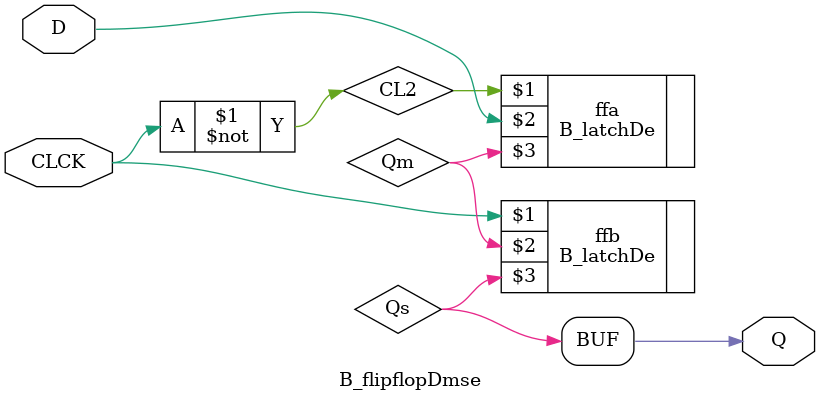
<source format=v>
module B_flipflopDmse(
	input  CLCK, D,
	output Q
);
	wire Qm, Qs, CL2;
	assign CL2 = ~CLCK;
	B_latchDe ffa(CL2, D, Qm);
	B_latchDe ffb(CLCK, Qm, Qs);
	assign Q = Qs;
endmodule
</source>
